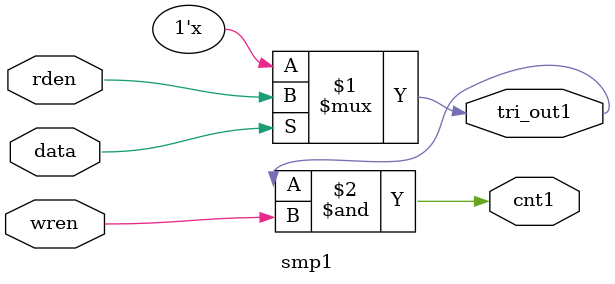
<source format=v>
module smp1(rden, wren, data, tri_out1, cnt1);
 input rden, wren, data;
 output tri_out1;
 output cnt1;
  bufif1 TRI( tri_out1 , rden , data);
  assign cnt1 = tri_out1 & wren; 
endmodule


</source>
